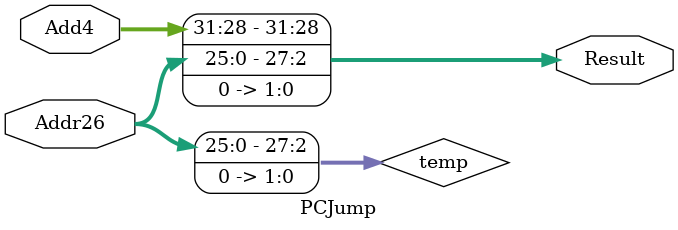
<source format=v>
`timescale 1ns / 1ns


module PC(
         input [31:0] Result,
         input Reset,
         input CLK,
         input PCFrozen,
         output reg [31:0] Next
       );
initial
  Next=8'h00003000;
always @(posedge CLK or negedge Reset)
  begin
    #12;
    if(!PCFrozen)
      begin
        if (!Reset)
          begin
            Next=8'h00003000;
            $display("reset: %h",Next);
          end
        else
          begin
            Next=Result;
          end
      end
  end
endmodule

  module PCAdd4(OldPC,Add4,Add8);
input [31:0] OldPC;
output [31:0] Add4;
output [31:0] Add8;
assign Add4=OldPC+4;
assign Add8=OldPC+8;
endmodule

  module PCBranch(LeftShift2,Qualified,Add4,Add8,Result);
input [31:0] LeftShift2;
input [31:0] Add4;
input [31:0] Add8;
input Qualified;
output [31:0] Result;
assign Result=Qualified? LeftShift2+Add4:Add4;
endmodule

  module PCJump(Addr26,Add4,Result);
input [25:0] Addr26;
input [31:0] Add4;
output[31:0] Result;
wire [25:0] ShiftAddr26;
wire  [27:0]temp;
assign temp={Addr26,2'b00};
assign Result={Add4[31:28],temp};
endmodule


</source>
